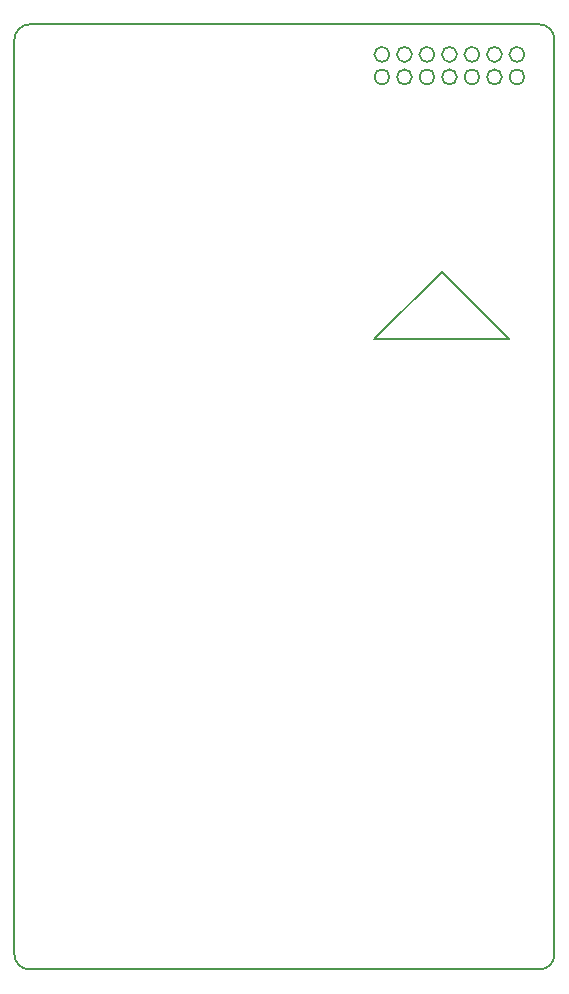
<source format=gbr>
G04 #@! TF.FileFunction,Profile,NP*
%FSLAX46Y46*%
G04 Gerber Fmt 4.6, Leading zero omitted, Abs format (unit mm)*
G04 Created by KiCad (PCBNEW 4.0.7) date Tuesday, December 26, 2017 'AMt' 12:13:18 AM*
%MOMM*%
%LPD*%
G01*
G04 APERTURE LIST*
%ADD10C,0.100000*%
%ADD11C,0.150000*%
G04 APERTURE END LIST*
D10*
D11*
X97790000Y-146050000D02*
X140970000Y-146050000D01*
X96520000Y-144780000D02*
G75*
G03X97790000Y-146050000I1270000J0D01*
G01*
X96520000Y-67310000D02*
X96520000Y-144780000D01*
X142240000Y-67310000D02*
X142240000Y-144780000D01*
X97790000Y-66040000D02*
X140970000Y-66040000D01*
X142240000Y-67310000D02*
G75*
G03X140970000Y-66040000I-1270000J0D01*
G01*
X97790000Y-66040000D02*
G75*
G03X96520000Y-67310000I0J-1270000D01*
G01*
X139700000Y-68580000D02*
G75*
G03X139700000Y-68580000I-635000J0D01*
G01*
X137795000Y-68580000D02*
G75*
G03X137795000Y-68580000I-635000J0D01*
G01*
X135890000Y-68580000D02*
G75*
G03X135890000Y-68580000I-635000J0D01*
G01*
X133985000Y-68580000D02*
G75*
G03X133985000Y-68580000I-635000J0D01*
G01*
X132080000Y-68580000D02*
G75*
G03X132080000Y-68580000I-635000J0D01*
G01*
X130175000Y-68580000D02*
G75*
G03X130175000Y-68580000I-635000J0D01*
G01*
X128270000Y-68580000D02*
G75*
G03X128270000Y-68580000I-635000J0D01*
G01*
X139700000Y-70485000D02*
G75*
G03X139700000Y-70485000I-635000J0D01*
G01*
X137795000Y-70485000D02*
G75*
G03X137795000Y-70485000I-635000J0D01*
G01*
X135890000Y-70485000D02*
G75*
G03X135890000Y-70485000I-635000J0D01*
G01*
X133985000Y-70485000D02*
G75*
G03X133985000Y-70485000I-635000J0D01*
G01*
X132080000Y-70485000D02*
G75*
G03X132080000Y-70485000I-635000J0D01*
G01*
X130175000Y-70485000D02*
G75*
G03X130175000Y-70485000I-635000J0D01*
G01*
X128270000Y-70485000D02*
G75*
G03X128270000Y-70485000I-635000J0D01*
G01*
X127000000Y-92710000D02*
X127635000Y-92710000D01*
X132715000Y-86995000D02*
X127000000Y-92710000D01*
X138430000Y-92710000D02*
X132715000Y-86995000D01*
X127635000Y-92710000D02*
X138430000Y-92710000D01*
X140970000Y-146050000D02*
G75*
G03X142240000Y-144780000I0J1270000D01*
G01*
M02*

</source>
